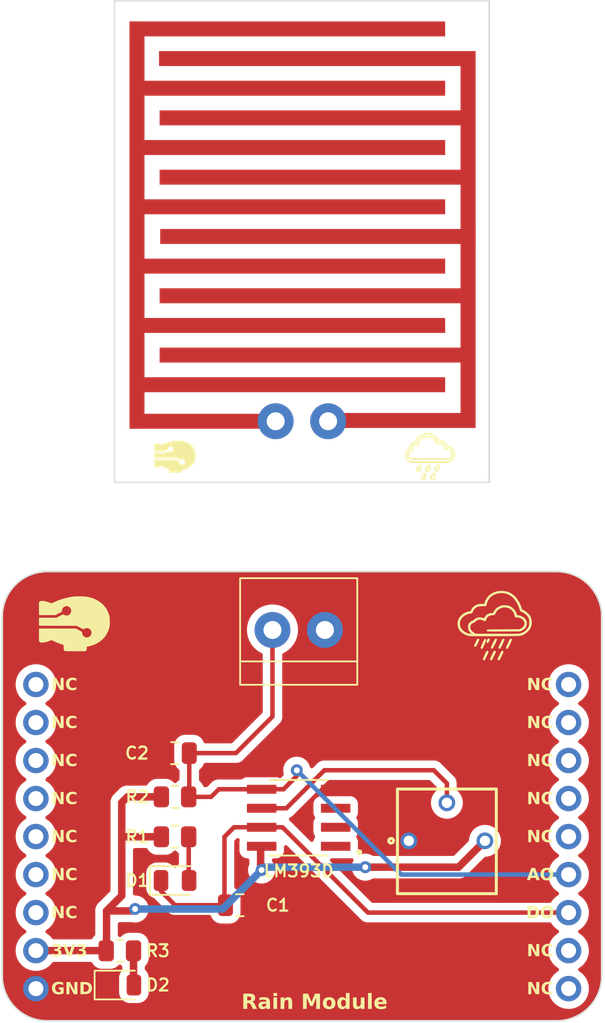
<source format=kicad_pcb>
(kicad_pcb (version 20221018) (generator pcbnew)
  (layers (0 "F.Cu" signal) (31 "B.Cu" signal) (34 "B.Paste" user) (35 "F.Paste" user) (36 "B.SilkS" user "B.Silkscreen") (37 "F.SilkS" user "F.Silkscreen") (38 "B.Mask" user) (39 "F.Mask" user) (44 "Edge.Cuts" user))
  (net 0 "")
  (net 1 "DOUT")
  (net 2 "GND")
  (net 3 "AOUT")
  (net 4 "Net-(D1-A)")
  (net 5 "Net-(D2-A)")
  (net 6 "+3V3")
  (net 7 "Net-(U2-2IN-)")
  (footprint "LED_SMD:LED_0805_2012Metric" (layer "F.Cu") (at 114.3 117.094)
    (fp_text reference "D1" (at -2.5165 0) (layer "F.SilkS") (effects (font (size 0.8 0.8) (thickness 0.15) bold)))
    (fp_text value "LED" hide)
    (pad "1" smd roundrect (at -0.9375 0) (size 0.975 1.4) (layers "F.Cu" "F.Paste" "F.Mask") (net 1 "DOUT"))
    (pad "2" smd roundrect (at 0.9375 0) (size 0.975 1.4) (layers "F.Cu" "F.Paste" "F.Mask") (net 4 "Net-(D1-A)"))
  )
  (footprint "LM393:SOIC127P599X175-8N" (layer "F.Cu") (at 122.555 112.903 180)
    (fp_text reference "U2" hide)
    (fp_text value "LM393D" (at 0 -3.556) (layer "F.SilkS") (effects (font (size 0.8 0.8) (thickness 0.15) bold)))
    (pad "1" smd roundrect (at -2.47 -1.905 180) (size 1.97 0.6) (layers "F.Cu" "F.Paste" "F.Mask") (roundrect_rratio 0.07))
    (pad "2" smd roundrect (at -2.47 -0.635 180) (size 1.97 0.6) (layers "F.Cu" "F.Paste" "F.Mask") (roundrect_rratio 0.07))
    (pad "3" smd roundrect (at -2.47 0.635 180) (size 1.97 0.6) (layers "F.Cu" "F.Paste" "F.Mask") (roundrect_rratio 0.07))
    (pad "4" smd roundrect (at -2.47 1.905 180) (size 1.97 0.6) (layers "F.Cu" "F.Paste" "F.Mask") (roundrect_rratio 0.07) (net 2 "GND"))
    (pad "5" smd roundrect (at 2.47 1.905 180) (size 1.97 0.6) (layers "F.Cu" "F.Paste" "F.Mask") (roundrect_rratio 0.07) (net 3 "AOUT"))
    (pad "6" smd roundrect (at 2.47 0.635 180) (size 1.97 0.6) (layers "F.Cu" "F.Paste" "F.Mask") (roundrect_rratio 0.07) (net 7 "Net-(U2-2IN-)"))
    (pad "7" smd roundrect (at 2.47 -0.635 180) (size 1.97 0.6) (layers "F.Cu" "F.Paste" "F.Mask") (roundrect_rratio 0.07) (net 1 "DOUT"))
    (pad "8" smd roundrect (at 2.47 -1.905 180) (size 1.97 0.6) (layers "F.Cu" "F.Paste" "F.Mask") (roundrect_rratio 0.07) (net 6 "+3V3"))
  )
  (footprint "Moduler_:pin_header" (layer "F.Cu") (at 122.538377 114.668)
    (fp_text reference "U1" hide)
    (fp_text value "~" hide)
    (fp_text user "NC" (at -16.51 -7.62 unlocked) (layer "F.SilkS") (effects (font (size 0.8 0.8) (thickness 0.2) bold) (justify left bottom)))
    (fp_text user "NC" (at 15.24 -2.54 unlocked) (layer "F.SilkS") (effects (font (size 0.8 0.8) (thickness 0.2) bold) (justify left bottom)))
    (fp_text user "3V3" (at -16.51 7.62 unlocked) (layer "F.SilkS") (effects (font (size 0.8 0.8) (thickness 0.2) bold) (justify left bottom)))
    (fp_text user "NC" (at -16.51 -10.16 unlocked) (layer "F.SilkS") (effects (font (size 0.8 0.8) (thickness 0.2) bold) (justify left bottom)))
    (fp_text user "NC" (at 15.24 7.62 unlocked) (layer "F.SilkS") (effects (font (size 0.8 0.8) (thickness 0.2) bold) (justify left bottom)))
    (fp_text user "DO" (at 15.1892 5.08 unlocked) (layer "F.SilkS") (effects (font (size 0.8 0.8) (thickness 0.2) bold) (justify left bottom)))
    (fp_text user "NC" (at -16.51 -5.08 unlocked) (layer "F.SilkS") (effects (font (size 0.8 0.8) (thickness 0.2) bold) (justify left bottom)))
    (fp_text user "NC" (at 15.24 0 unlocked) (layer "F.SilkS") (effects (font (size 0.8 0.8) (thickness 0.2) bold) (justify left bottom)))
    (fp_text user "NC" (at 15.24 10.16 unlocked) (layer "F.SilkS") (effects (font (size 0.8 0.8) (thickness 0.2) bold) (justify left bottom)))
    (fp_text user "NC" (at -16.51 5.08 unlocked) (layer "F.SilkS") (effects (font (size 0.8 0.8) (thickness 0.2) bold) (justify left bottom)))
    (fp_text user "NC" (at 15.24 -5.08 unlocked) (layer "F.SilkS") (effects (font (size 0.8 0.8) (thickness 0.2) bold) (justify left bottom)))
    (fp_text user "NC" (at -16.51 -2.54 unlocked) (layer "F.SilkS") (effects (font (size 0.8 0.8) (thickness 0.2) bold) (justify left bottom)))
    (fp_text user "NC" (at -16.51 0 unlocked) (layer "F.SilkS") (effects (font (size 0.8 0.8) (thickness 0.2) bold) (justify left bottom)))
    (fp_text user "NC" (at -16.51 2.54 unlocked) (layer "F.SilkS") (effects (font (size 0.8 0.8) (thickness 0.2) bold) (justify left bottom)))
    (fp_text user "AO" (at 15.24 2.54 unlocked) (layer "F.SilkS") (effects (font (size 0.8 0.8) (thickness 0.2) bold) (justify left bottom)))
    (fp_text user "Rain Module" (at -3.81 11.176 unlocked) (layer "F.SilkS") (effects (font (thickness 0.2) bold) (justify left bottom)))
    (fp_text user "NC" (at 15.24 -7.62 unlocked) (layer "F.SilkS") (effects (font (size 0.8 0.8) (thickness 0.2) bold) (justify left bottom)))
    (fp_text user "GND" (at -16.51 10.16 unlocked) (layer "F.SilkS") (effects (font (size 0.8 0.8) (thickness 0.2) bold) (justify left bottom)))
    (fp_text user "NC" (at 15.24 -10.16 unlocked) (layer "F.SilkS") (effects (font (size 0.8 0.8) (thickness 0.2) bold) (justify left bottom)))
    (fp_poly (pts (xy -19.759475 -15.361112) (xy -19.747896 -15.5134) (xy -19.728827 -15.663474) (xy -19.702457 -15.811146) (xy -19.668975 -15.956226) (xy -19.628568 -16.098527) (xy -19.581426 -16.23786) (xy -19.527736 -16.374037) (xy -19.467687 -16.506869) (xy -19.401468 -16.636168) (xy -19.329267 -16.761745) (xy -19.251272 -16.883413) (xy -19.167671 -17.000982) (xy -19.078654 -17.114264) (xy -18.984408 -17.223072) (xy -18.885122 -17.327215) (xy -18.780984 -17.426507) (xy -18.672182 -17.520758) (xy -18.558906 -17.609781) (xy -18.441343 -17.693386) (xy -18.319683 -17.771386) (xy -18.194112 -17.843591) (xy -18.06482 -17.909814) (xy -17.931995 -17.969866) (xy -17.795826 -18.023559) (xy -17.6565 -18.070704) (xy -17.514207 -18.111113) (xy -17.369134 -18.144597) (xy -17.221471 -18.170968) (xy -17.071405 -18.190038) (xy -16.919125 -18.201619) (xy -16.764819 -18.20552) (xy 17.238832 -18.20552) (xy 17.393137 -18.201619) (xy 17.545417 -18.190038) (xy 17.695483 -18.170968) (xy 17.843146 -18.144597) (xy 17.988219 -18.111113) (xy 18.130512 -18.070704) (xy 18.269837 -18.023559) (xy 18.406006 -17.969866) (xy 18.538831 -17.909814) (xy 18.668123 -17.843591) (xy 18.793694 -17.771386) (xy 18.915355 -17.693386) (xy 19.032917 -17.609781) (xy 19.146194 -17.520758) (xy 19.254995 -17.426507) (xy 19.359133 -17.327215) (xy 19.458419 -17.223072) (xy 19.552665 -17.114264) (xy 19.641683 -17.000982) (xy 19.725284 -16.883413) (xy 19.803279 -16.761745) (xy 19.87548 -16.636168) (xy 19.9417 -16.506869) (xy 20.001748 -16.374037) (xy 20.055438 -16.23786) (xy 20.102581 -16.098527) (xy 20.142987 -15.956226) (xy 20.17647 -15.811146) (xy 20.20284 -15.663474) (xy 20.221909 -15.5134) (xy 20.233488 -15.361112) (xy 20.23739 -15.206798) (xy 20.23739 8.797094) (xy 20.233488 8.951408) (xy 20.221909 9.103696) (xy 20.20284 9.25377) (xy 20.17647 9.401441) (xy 20.142987 9.546522) (xy 20.102581 9.688822) (xy 20.055438 9.828155) (xy 20.001748 9.964332) (xy 19.9417 10.097164) (xy 19.87548 10.226463) (xy 19.803279 10.352041) (xy 19.725284 10.473708) (xy 19.641683 10.591278) (xy 19.552665 10.70456) (xy 19.458419 10.813367) (xy 19.359133 10.917511) (xy 19.254995 11.016803) (xy 19.146194 11.111054) (xy 19.032917 11.200077) (xy 18.915355 11.283682) (xy 18.793694 11.361681) (xy 18.668123 11.433887) (xy 18.538831 11.50011) (xy 18.406006 11.560162) (xy 18.269837 11.613855) (xy 18.130512 11.661) (xy 17.988219 11.701409) (xy 17.843146 11.734893) (xy 17.695483 11.761265) (xy 17.545417 11.780334) (xy 17.393137 11.791915) (xy 17.238832 11.795817) (xy -16.764819 11.795817) (xy -16.919125 11.791915) (xy -17.071405 11.780334) (xy -17.221471 11.761265) (xy -17.369134 11.734893) (xy -17.514207 11.701409) (xy -17.6565 11.661) (xy -17.795826 11.613855) (xy -17.931995 11.560162) (xy -18.06482 11.50011) (xy -18.194112 11.433887) (xy -18.319683 11.361681) (xy -18.441343 11.283682) (xy -18.558906 11.200077) (xy -18.672182 11.111054) (xy -18.780984 11.016803) (xy -18.885122 10.917511) (xy -18.984408 10.813367) (xy -19.078654 10.70456) (xy -19.167671 10.591278) (xy -19.251272 10.473708) (xy -19.329267 10.352041) (xy -19.401468 10.226463) (xy -19.467687 10.097164) (xy -19.527736 9.964332) (xy -19.581426 9.828155) (xy -19.628568 9.688822) (xy -19.668975 9.546522) (xy -19.702457 9.401441) (xy -19.728827 9.25377) (xy -19.747896 9.103696) (xy -19.759475 8.951408) (xy -19.763377 8.797094) (xy -19.763377 -15.206798)) (stroke (width 0.1)) (fill none) (layer "Edge.Cuts"))
    (pad "1" thru_hole oval (at -17.526 -10.668) (size 1.7 1.7) (drill 1) (layers "*.Cu" "*.Mask"))
    (pad "2" thru_hole oval (at -17.526 -8.128) (size 1.7 1.7) (drill 1) (layers "*.Cu" "*.Mask"))
    (pad "3" thru_hole oval (at -17.526 -5.588) (size 1.7 1.7) (drill 1) (layers "*.Cu" "*.Mask"))
    (pad "4" thru_hole oval (at -17.526 -3.048) (size 1.7 1.7) (drill 1) (layers "*.Cu" "*.Mask"))
    (pad "5" thru_hole oval (at -17.526 -0.508) (size 1.7 1.7) (drill 1) (layers "*.Cu" "*.Mask"))
    (pad "6" thru_hole oval (at -17.526 2.032) (size 1.7 1.7) (drill 1) (layers "*.Cu" "*.Mask"))
    (pad "7" thru_hole oval (at -17.526 4.572) (size 1.7 1.7) (drill 1) (layers "*.Cu" "*.Mask"))
    (pad "8" thru_hole oval (at -17.526 7.112) (size 1.7 1.7) (drill 1) (layers "*.Cu" "*.Mask") (net 6 "+3V3"))
    (pad "9" thru_hole oval (at -17.526 9.652) (size 1.7 1.7) (drill 1) (layers "*.Cu" "*.Mask") (net 2 "GND"))
    (pad "10" thru_hole oval (at 18.034 9.652) (size 1.7 1.7) (drill 1) (layers "*.Cu" "*.Mask"))
    (pad "11" thru_hole oval (at 18.034 7.112) (size 1.7 1.7) (drill 1) (layers "*.Cu" "*.Mask"))
    (pad "12" thru_hole oval (at 18.034 4.572) (size 1.7 1.7) (drill 1) (layers "*.Cu" "*.Mask") (net 1 "DOUT"))
    (pad "13" thru_hole oval (at 18.034 2.032) (size 1.7 1.7) (drill 1) (layers "*.Cu" "*.Mask") (net 3 "AOUT"))
    (pad "14" thru_hole oval (at 18.034 -0.508) (size 1.7 1.7) (drill 1) (layers "*.Cu" "*.Mask"))
    (pad "15" thru_hole oval (at 18.034 -3.048) (size 1.7 1.7) (drill 1) (layers "*.Cu" "*.Mask"))
    (pad "16" thru_hole oval (at 18.034 -5.588) (size 1.7 1.7) (drill 1) (layers "*.Cu" "*.Mask"))
    (pad "17" thru_hole oval (at 18.034 -8.128) (size 1.7 1.7) (drill 1) (layers "*.Cu" "*.Mask"))
    (pad "18" thru_hole oval (at 18.034 -10.668) (size 1.7 1.7) (drill 1) (layers "*.Cu" "*.Mask"))
  )
  (footprint "Resistor_SMD:R_0805_2012Metric" (layer "F.Cu") (at 114.3 111.506)
    (fp_text reference "R2" (at -2.5165 0) (layer "F.SilkS") (effects (font (size 0.8 0.8) (thickness 0.15) bold)))
    (fp_text value "10k" hide)
    (pad "1" smd roundrect (at -0.9125 0) (size 1.025 1.4) (layers "F.Cu" "F.Paste" "F.Mask") (roundrect_rratio 0.243902) (net 6 "+3V3"))
    (pad "2" smd roundrect (at 0.9125 0) (size 1.025 1.4) (layers "F.Cu" "F.Paste" "F.Mask") (roundrect_rratio 0.243902) (net 3 "AOUT"))
  )
  (footprint "meminle:rain_2_" (layer "F.Cu") (at 131.318 88.773)
    (fp_text reference "G***" hide)
    (fp_text value "LOGO" hide)
  )
  (footprint "TerminalBlock_4Ucon:TerminalBlock_4Ucon_1x02_P3.50mm_Horizontal" (layer "F.Cu") (at 120.805 100.357)
    (fp_text reference "J1" hide)
    (fp_text value "Screw_Terminal_01x02" hide)
    (pad "1" thru_hole circle (at 0 0) (size 2.4 2.4) (drill 1.2) (layers "*.Cu" "*.Mask") (net 3 "AOUT"))
    (pad "2" thru_hole circle (at 3.5 0) (size 2.4 2.4) (drill 1.2) (layers "*.Cu" "*.Mask") (net 2 "GND"))
  )
  (footprint "Capacitor_SMD:C_0805_2012Metric" (layer "F.Cu") (at 118.618 118.745)
    (fp_text reference "C1" (at 2.54 0) (layer "F.SilkS") (effects (font (size 0.8 0.8) (thickness 0.15) bold)))
    (fp_text value "0.1uF" hide)
    (pad "1" smd roundrect (at -0.95 0) (size 1 1.45) (layers "F.Cu" "F.Paste" "F.Mask") (net 1 "DOUT"))
    (pad "2" smd roundrect (at 0.95 0) (size 1 1.45) (layers "F.Cu" "F.Paste" "F.Mask") (net 2 "GND"))
  )
  (footprint "meminle:air c_" (layer "F.Cu") (at 114.3 88.773)
    (fp_text reference "G***" hide)
    (fp_text value "LOGO" hide)
  )
  (footprint "Library:rain" (layer "F.Cu") (at 122.7328 87.1728)
    (fp_text reference "J2" hide)
    (fp_text value "Screw_Terminal_01x02" hide)
    (fp_rect (start -12.4735 -28.856) (end 12.5455 3.3258) (stroke (width 0.1)) (fill none) (layer "Edge.Cuts"))
    (pad "1" smd rect (at -10.9728 -13.8684 270) (size 27.20255 1) (layers "F.Cu" "F.Paste" "F.Mask") (net 3 "AOUT"))
    (pad "1" smd rect (at -6.4008 -0.762 180) (size 10.1075 1) (layers "F.Cu" "F.Paste" "F.Mask") (net 3 "AOUT"))
    (pad "1" thru_hole circle (at -1.714 -0.762) (size 2.4 2.4) (drill 1.2) (layers "*.Cu" "*.Mask") (net 3 "AOUT"))
    (pad "1" smd rect (at -0.933237 -26.9748 180) (size 21.068874 1) (layers "F.Cu" "F.Paste" "F.Mask") (net 3 "AOUT"))
    (pad "1" smd rect (at -0.907832 -23.012395 180) (size 21.018064 0.999996) (layers "F.Cu" "F.Paste" "F.Mask") (net 3 "AOUT"))
    (pad "1" smd rect (at -0.888574 -15.087601 180) (size 20.979548 1) (layers "F.Cu" "F.Paste" "F.Mask") (net 3 "AOUT"))
    (pad "1" smd rect (at -0.888573 -3.200401 180) (size 20.979546 1) (layers "F.Cu" "F.Paste" "F.Mask") (net 3 "AOUT"))
    (pad "1" smd rect (at -0.888572 -19.050001 180) (size 20.979544 1) (layers "F.Cu" "F.Paste" "F.Mask") (net 3 "AOUT"))
    (pad "1" smd rect (at -0.888571 -7.162801 180) (size 20.979542 1) (layers "F.Cu" "F.Paste" "F.Mask") (net 3 "AOUT"))
    (pad "1" smd rect (at -0.869309 -11.125202 180) (size 20.941018 1) (layers "F.Cu" "F.Paste" "F.Mask") (net 3 "AOUT"))
    (pad "2" smd rect (at 1.028274 -24.993599 180) (size 21.055748 0.999998) (layers "F.Cu" "F.Paste" "F.Mask") (net 2 "GND"))
    (pad "2" smd rect (at 1.0668 -21.0312 180) (size 21.055748 0.999998) (layers "F.Cu" "F.Paste" "F.Mask") (net 2 "GND"))
    (pad "2" smd rect (at 1.0668 -17.0688 180) (size 21.055748 0.999998) (layers "F.Cu" "F.Paste" "F.Mask") (net 2 "GND"))
    (pad "2" smd rect (at 1.0668 -9.144 180) (size 21.055748 0.999998) (layers "F.Cu" "F.Paste" "F.Mask") (net 2 "GND"))
    (pad "2" smd rect (at 1.0668 -5.1816 180) (size 21.055748 0.999998) (layers "F.Cu" "F.Paste" "F.Mask") (net 2 "GND"))
    (pad "2" smd rect (at 1.105326 -13.106401 180) (size 21.055748 0.999998) (layers "F.Cu" "F.Paste" "F.Mask") (net 2 "GND"))
    (pad "2" thru_hole circle (at 1.786 -0.762) (size 2.4 2.4) (drill 1.2) (layers "*.Cu" "*.Mask") (net 2 "GND"))
    (pad "2" smd rect (at 6.5532 -0.8128 180) (size 10.1075 1) (layers "F.Cu" "F.Paste" "F.Mask") (net 2 "GND"))
    (pad "2" smd rect (at 11.1292 -12.909762 90) (size 25.17 1.008) (layers "F.Cu" "F.Paste" "F.Mask") (net 2 "GND"))
  )
  (footprint "Resistor_SMD:R_0805_2012Metric" (layer "F.Cu") (at 114.3 114.173)
    (fp_text reference "R1" (at -2.5165 0) (layer "F.SilkS") (effects (font (size 0.8 0.8) (thickness 0.15) bold)))
    (fp_text value "1k" hide)
    (pad "1" smd roundrect (at -0.9125 0) (size 1.025 1.4) (layers "F.Cu" "F.Paste" "F.Mask") (roundrect_rratio 0.243902) (net 6 "+3V3"))
    (pad "2" smd roundrect (at 0.9125 0) (size 1.025 1.4) (layers "F.Cu" "F.Paste" "F.Mask") (roundrect_rratio 0.243902) (net 4 "Net-(D1-A)"))
  )
  (footprint "meminle:rain" (layer "F.Cu") (at 135.636 100.076)
    (fp_text reference "G***" hide)
    (fp_text value "LOGO" hide)
  )
  (footprint "Resistor_SMD:R_0805_2012Metric" (layer "F.Cu") (at 110.617 121.793)
    (fp_text reference "R3" (at 2.54 0) (layer "F.SilkS") (effects (font (size 0.8 0.8) (thickness 0.15) bold)))
    (fp_text value "1k" hide)
    (pad "1" smd roundrect (at -0.9125 0) (size 1.025 1.4) (layers "F.Cu" "F.Paste" "F.Mask") (roundrect_rratio 0.243902) (net 6 "+3V3"))
    (pad "2" smd roundrect (at 0.9125 0) (size 1.025 1.4) (layers "F.Cu" "F.Paste" "F.Mask") (roundrect_rratio 0.243902) (net 5 "Net-(D2-A)"))
  )
  (footprint "meminle:3362P_1" (layer "F.Cu") (at 132.4465 117.974)
    (fp_text reference "RV1" hide)
    (fp_text value "10k" hide)
    (pad "1" thru_hole circle (at -2.54 -3.53) (size 1.12 1.12) (drill 0.69) (layers "*.Cu" "*.Mask") (net 2 "GND"))
    (pad "2" thru_hole circle (at 0 -6.07) (size 1.12 1.12) (drill 0.69) (layers "*.Cu" "*.Mask") (net 7 "Net-(U2-2IN-)"))
    (pad "3" thru_hole circle (at 2.54 -3.53) (size 1.12 1.12) (drill 0.69) (layers "*.Cu" "*.Mask") (net 6 "+3V3"))
  )
  (footprint "Capacitor_SMD:C_0805_2012Metric" (layer "F.Cu") (at 114.3 108.585 180)
    (fp_text reference "C2" (at 2.54 0) (layer "F.SilkS") (effects (font (size 0.8 0.8) (thickness 0.15) bold)))
    (fp_text value "0.1uF" hide)
    (pad "1" smd roundrect (at -0.95 0 180) (size 1 1.45) (layers "F.Cu" "F.Paste" "F.Mask") (net 3 "AOUT"))
    (pad "2" smd roundrect (at 0.95 0 180) (size 1 1.45) (layers "F.Cu" "F.Paste" "F.Mask") (net 2 "GND"))
  )
  (footprint "LED_SMD:LED_0805_2012Metric" (layer "F.Cu") (at 110.617 124.079)
    (fp_text reference "D2" (at 2.54 0) (layer "F.SilkS") (effects (font (size 0.8 0.8) (thickness 0.15) bold)))
    (fp_text value "LED" hide)
    (pad "1" smd roundrect (at -0.9375 0) (size 0.975 1.4) (layers "F.Cu" "F.Paste" "F.Mask") (net 2 "GND"))
    (pad "2" smd roundrect (at 0.9375 0) (size 0.975 1.4) (layers "F.Cu" "F.Paste" "F.Mask") (net 5 "Net-(D2-A)"))
  )
  (segment (start 120.085 113.538) (end 121.4755 113.538) (width 0.3) (layer "F.Cu") (net 1))
  (segment (start 121.4755 113.538) (end 127.1775 119.24) (width 0.3) (layer "F.Cu") (net 1))
  (segment (start 113.3625 117.8075) (end 114.3 118.745) (width 0.3) (layer "F.Cu") (net 1))
  (segment (start 117.602 114.173) (end 117.602 118.745) (width 0.3) (layer "F.Cu") (net 1))
  (segment (start 114.3 118.745) (end 117.602 118.745) (width 0.3) (layer "F.Cu") (net 1))
  (segment (start 118.237 113.538) (end 117.602 114.173) (width 0.3) (layer "F.Cu") (net 1))
  (segment (start 127.1775 119.24) (end 140.572377 119.24) (width 0.3) (layer "F.Cu") (net 1))
  (segment (start 120.085 113.538) (end 118.237 113.538) (width 0.3) (layer "F.Cu") (net 1))
  (segment (start 113.3625 117.094) (end 113.3625 117.8075) (width 0.3) (layer "F.Cu") (net 1))
  (segment (start 117.221 110.998) (end 116.713 111.506) (width 0.3) (layer "F.Cu") (net 3))
  (segment (start 115.25 111.4685) (end 115.2125 111.506) (width 0.3) (layer "F.Cu") (net 3))
  (segment (start 122.428 109.728) (end 122.428 110.109) (width 0.3) (layer "F.Cu") (net 3))
  (segment (start 116.713 111.506) (end 115.2125 111.506) (width 0.3) (layer "F.Cu") (net 3))
  (segment (start 115.25 108.585) (end 115.25 111.4685) (width 0.3) (layer "F.Cu") (net 3))
  (segment (start 120.805 106.144) (end 120.805 100.357) (width 0.3) (layer "F.Cu") (net 3))
  (segment (start 115.25 108.585) (end 118.364 108.585) (width 0.3) (layer "F.Cu") (net 3))
  (segment (start 118.364 108.585) (end 120.805 106.144) (width 0.3) (layer "F.Cu") (net 3))
  (segment (start 122.428 110.109) (end 121.539 110.998) (width 0.3) (layer "F.Cu") (net 3))
  (segment (start 120.085 110.998) (end 117.221 110.998) (width 0.3) (layer "F.Cu") (net 3))
  (segment (start 121.539 110.998) (end 120.085 110.998) (width 0.3) (layer "F.Cu") (net 3))
  (via (at 122.428 109.728) (size 0.8) (drill 0.4) (layers "F.Cu" "B.Cu") (net 3))
  (segment (start 122.428 109.728) (end 129.4 116.7) (width 0.3) (layer "B.Cu") (net 3))
  (segment (start 129.4 116.7) (end 140.572377 116.7) (width 0.3) (layer "B.Cu") (net 3))
  (segment (start 115.2125 114.173) (end 115.2125 117.069) (width 0.3) (layer "F.Cu") (net 4))
  (segment (start 115.2125 117.069) (end 115.2375 117.094) (width 0.3) (layer "F.Cu") (net 4))
  (segment (start 111.5295 124.054) (end 111.5545 124.079) (width 0.5) (layer "F.Cu") (net 5))
  (segment (start 111.5295 121.793) (end 111.5295 124.054) (width 0.5) (layer "F.Cu") (net 5))
  (segment (start 111.506 119.126) (end 111.633 118.999) (width 0.5) (layer "F.Cu") (net 6))
  (segment (start 109.7045 121.793) (end 109.728 121.7695) (width 0.5) (layer "F.Cu") (net 6))
  (segment (start 110.998 114.173) (end 113.3875 114.173) (width 0.5) (layer "F.Cu") (net 6))
  (segment (start 109.6915 121.78) (end 109.7045 121.793) (width 0.5) (layer "F.Cu") (net 6))
  (segment (start 105.012377 121.78) (end 109.6915 121.78) (width 0.5) (layer "F.Cu") (net 6))
  (segment (start 109.728 119.126) (end 111.506 119.126) (width 0.5) (layer "F.Cu") (net 6))
  (segment (start 110.744 111.887) (end 111.125 111.506) (width 0.5) (layer "F.Cu") (net 6))
  (segment (start 109.728 121.7695) (end 109.728 119.126) (width 0.5) (layer "F.Cu") (net 6))
  (segment (start 120.015 116.332) (end 120.015 114.878) (width 0.5) (layer "F.Cu") (net 6))
  (segment (start 110.744 118.11) (end 110.744 111.887) (width 0.5) (layer "F.Cu") (net 6))
  (segment (start 133.2255 116.205) (end 134.9865 114.444) (width 0.5) (layer "F.Cu") (net 6))
  (segment (start 120.0785 116.3955) (end 120.015 116.332) (width 0.5) (layer "F.Cu") (net 6))
  (segment (start 127 116.205) (end 133.2255 116.205) (width 0.5) (layer "F.Cu") (net 6))
  (segment (start 109.728 119.126) (end 110.744 118.11) (width 0.5) (layer "F.Cu") (net 6))
  (segment (start 111.125 111.506) (end 113.3875 111.506) (width 0.5) (layer "F.Cu") (net 6))
  (segment (start 120.015 114.878) (end 120.085 114.808) (width 0.5) (layer "F.Cu") (net 6))
  (via (at 127 116.205) (size 0.8) (drill 0.4) (layers "F.Cu" "B.Cu") (net 6))
  (via (at 111.633 118.999) (size 0.8) (drill 0.4) (layers "F.Cu" "B.Cu") (net 6))
  (via (at 120.0785 116.3955) (size 0.8) (drill 0.4) (layers "F.Cu" "B.Cu") (net 6))
  (segment (start 111.633 118.999) (end 117.475 118.999) (width 0.5) (layer "B.Cu") (net 6))
  (segment (start 117.475 118.999) (end 120.0785 116.3955) (width 0.5) (layer "B.Cu") (net 6))
  (segment (start 120.269 116.205) (end 127 116.205) (width 0.5) (layer "B.Cu") (net 6))
  (segment (start 120.0785 116.3955) (end 120.269 116.205) (width 0.5) (layer "B.Cu") (net 6))
  (segment (start 132.4465 110.6025) (end 132.4465 111.904) (width 0.3) (layer "F.Cu") (net 7))
  (segment (start 124.2695 109.728) (end 131.572 109.728) (width 0.3) (layer "F.Cu") (net 7))
  (segment (start 131.572 109.728) (end 132.4465 110.6025) (width 0.3) (layer "F.Cu") (net 7))
  (segment (start 121.7295 112.268) (end 124.2695 109.728) (width 0.3) (layer "F.Cu") (net 7))
  (segment (start 120.085 112.268) (end 121.7295 112.268) (width 0.3) (layer "F.Cu") (net 7))
  (zone (net 2) (net_name "GND") (layer "F.Cu") (connect_pads yes (clearance 0.5)) (min_thickness 0.25) (fill yes (thermal_gap 0.5) (thermal_bridge_width 0.5))
    (polygon (pts (xy 102.616 96.266) (xy 143.002 96.266) (xy 143.002 126.619) (xy 102.616 126.619)))
  )
)
</source>
